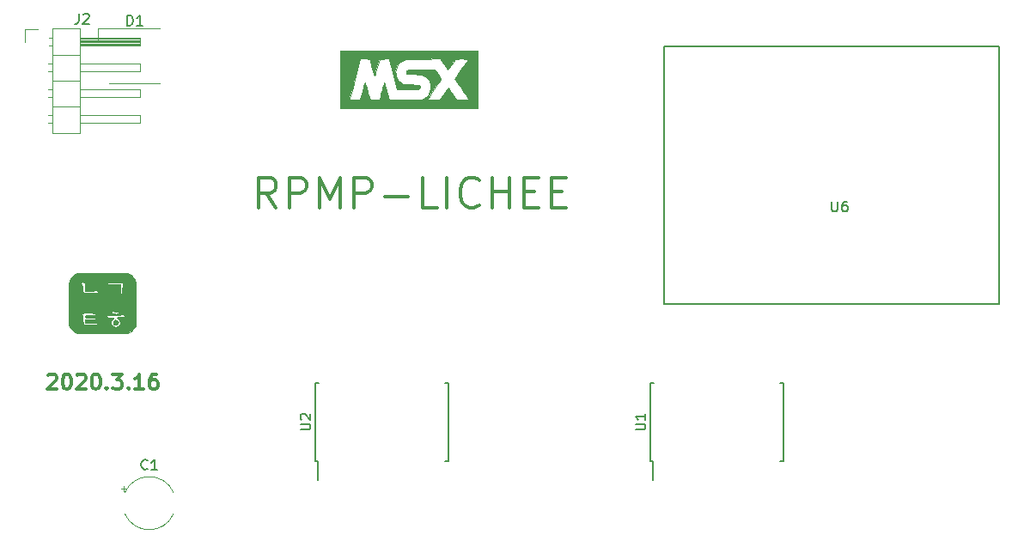
<source format=gbr>
G04 #@! TF.GenerationSoftware,KiCad,Pcbnew,5.1.5+dfsg1-2*
G04 #@! TF.CreationDate,2020-04-06T18:03:34-07:00*
G04 #@! TF.ProjectId,rpmpv1,72706d70-7631-42e6-9b69-6361645f7063,rev?*
G04 #@! TF.SameCoordinates,Original*
G04 #@! TF.FileFunction,Legend,Top*
G04 #@! TF.FilePolarity,Positive*
%FSLAX46Y46*%
G04 Gerber Fmt 4.6, Leading zero omitted, Abs format (unit mm)*
G04 Created by KiCad (PCBNEW 5.1.5+dfsg1-2) date 2020-04-06 18:03:34*
%MOMM*%
%LPD*%
G04 APERTURE LIST*
%ADD10C,0.300000*%
%ADD11C,0.150000*%
%ADD12C,0.120000*%
%ADD13C,0.010000*%
G04 APERTURE END LIST*
D10*
X109328628Y-85579828D02*
X109400057Y-85508400D01*
X109542914Y-85436971D01*
X109900057Y-85436971D01*
X110042914Y-85508400D01*
X110114342Y-85579828D01*
X110185771Y-85722685D01*
X110185771Y-85865542D01*
X110114342Y-86079828D01*
X109257200Y-86936971D01*
X110185771Y-86936971D01*
X111114342Y-85436971D02*
X111257200Y-85436971D01*
X111400057Y-85508400D01*
X111471485Y-85579828D01*
X111542914Y-85722685D01*
X111614342Y-86008400D01*
X111614342Y-86365542D01*
X111542914Y-86651257D01*
X111471485Y-86794114D01*
X111400057Y-86865542D01*
X111257200Y-86936971D01*
X111114342Y-86936971D01*
X110971485Y-86865542D01*
X110900057Y-86794114D01*
X110828628Y-86651257D01*
X110757200Y-86365542D01*
X110757200Y-86008400D01*
X110828628Y-85722685D01*
X110900057Y-85579828D01*
X110971485Y-85508400D01*
X111114342Y-85436971D01*
X112185771Y-85579828D02*
X112257200Y-85508400D01*
X112400057Y-85436971D01*
X112757200Y-85436971D01*
X112900057Y-85508400D01*
X112971485Y-85579828D01*
X113042914Y-85722685D01*
X113042914Y-85865542D01*
X112971485Y-86079828D01*
X112114342Y-86936971D01*
X113042914Y-86936971D01*
X113971485Y-85436971D02*
X114114342Y-85436971D01*
X114257200Y-85508400D01*
X114328628Y-85579828D01*
X114400057Y-85722685D01*
X114471485Y-86008400D01*
X114471485Y-86365542D01*
X114400057Y-86651257D01*
X114328628Y-86794114D01*
X114257200Y-86865542D01*
X114114342Y-86936971D01*
X113971485Y-86936971D01*
X113828628Y-86865542D01*
X113757200Y-86794114D01*
X113685771Y-86651257D01*
X113614342Y-86365542D01*
X113614342Y-86008400D01*
X113685771Y-85722685D01*
X113757200Y-85579828D01*
X113828628Y-85508400D01*
X113971485Y-85436971D01*
X115114342Y-86794114D02*
X115185771Y-86865542D01*
X115114342Y-86936971D01*
X115042914Y-86865542D01*
X115114342Y-86794114D01*
X115114342Y-86936971D01*
X115685771Y-85436971D02*
X116614342Y-85436971D01*
X116114342Y-86008400D01*
X116328628Y-86008400D01*
X116471485Y-86079828D01*
X116542914Y-86151257D01*
X116614342Y-86294114D01*
X116614342Y-86651257D01*
X116542914Y-86794114D01*
X116471485Y-86865542D01*
X116328628Y-86936971D01*
X115900057Y-86936971D01*
X115757200Y-86865542D01*
X115685771Y-86794114D01*
X117257200Y-86794114D02*
X117328628Y-86865542D01*
X117257200Y-86936971D01*
X117185771Y-86865542D01*
X117257200Y-86794114D01*
X117257200Y-86936971D01*
X118757200Y-86936971D02*
X117900057Y-86936971D01*
X118328628Y-86936971D02*
X118328628Y-85436971D01*
X118185771Y-85651257D01*
X118042914Y-85794114D01*
X117900057Y-85865542D01*
X120042914Y-85436971D02*
X119757200Y-85436971D01*
X119614342Y-85508400D01*
X119542914Y-85579828D01*
X119400057Y-85794114D01*
X119328628Y-86079828D01*
X119328628Y-86651257D01*
X119400057Y-86794114D01*
X119471485Y-86865542D01*
X119614342Y-86936971D01*
X119900057Y-86936971D01*
X120042914Y-86865542D01*
X120114342Y-86794114D01*
X120185771Y-86651257D01*
X120185771Y-86294114D01*
X120114342Y-86151257D01*
X120042914Y-86079828D01*
X119900057Y-86008400D01*
X119614342Y-86008400D01*
X119471485Y-86079828D01*
X119400057Y-86151257D01*
X119328628Y-86294114D01*
X131803857Y-69048142D02*
X130803857Y-67619571D01*
X130089571Y-69048142D02*
X130089571Y-66048142D01*
X131232428Y-66048142D01*
X131518142Y-66191000D01*
X131661000Y-66333857D01*
X131803857Y-66619571D01*
X131803857Y-67048142D01*
X131661000Y-67333857D01*
X131518142Y-67476714D01*
X131232428Y-67619571D01*
X130089571Y-67619571D01*
X133089571Y-69048142D02*
X133089571Y-66048142D01*
X134232428Y-66048142D01*
X134518142Y-66191000D01*
X134661000Y-66333857D01*
X134803857Y-66619571D01*
X134803857Y-67048142D01*
X134661000Y-67333857D01*
X134518142Y-67476714D01*
X134232428Y-67619571D01*
X133089571Y-67619571D01*
X136089571Y-69048142D02*
X136089571Y-66048142D01*
X137089571Y-68191000D01*
X138089571Y-66048142D01*
X138089571Y-69048142D01*
X139518142Y-69048142D02*
X139518142Y-66048142D01*
X140661000Y-66048142D01*
X140946714Y-66191000D01*
X141089571Y-66333857D01*
X141232428Y-66619571D01*
X141232428Y-67048142D01*
X141089571Y-67333857D01*
X140946714Y-67476714D01*
X140661000Y-67619571D01*
X139518142Y-67619571D01*
X142518142Y-67905285D02*
X144803857Y-67905285D01*
X147661000Y-69048142D02*
X146232428Y-69048142D01*
X146232428Y-66048142D01*
X148661000Y-69048142D02*
X148661000Y-66048142D01*
X151803857Y-68762428D02*
X151661000Y-68905285D01*
X151232428Y-69048142D01*
X150946714Y-69048142D01*
X150518142Y-68905285D01*
X150232428Y-68619571D01*
X150089571Y-68333857D01*
X149946714Y-67762428D01*
X149946714Y-67333857D01*
X150089571Y-66762428D01*
X150232428Y-66476714D01*
X150518142Y-66191000D01*
X150946714Y-66048142D01*
X151232428Y-66048142D01*
X151661000Y-66191000D01*
X151803857Y-66333857D01*
X153089571Y-69048142D02*
X153089571Y-66048142D01*
X153089571Y-67476714D02*
X154803857Y-67476714D01*
X154803857Y-69048142D02*
X154803857Y-66048142D01*
X156232428Y-67476714D02*
X157232428Y-67476714D01*
X157661000Y-69048142D02*
X156232428Y-69048142D01*
X156232428Y-66048142D01*
X157661000Y-66048142D01*
X158946714Y-67476714D02*
X159946714Y-67476714D01*
X160375285Y-69048142D02*
X158946714Y-69048142D01*
X158946714Y-66048142D01*
X160375285Y-66048142D01*
D11*
X203085700Y-78511400D02*
X170085700Y-78511400D01*
X203085700Y-53111400D02*
X170085700Y-53111400D01*
X170078400Y-78511400D02*
X170078400Y-53111400D01*
X203085700Y-78511400D02*
X203085700Y-53111400D01*
D12*
X114269000Y-51353000D02*
X120369000Y-51353000D01*
X114269000Y-52453000D02*
X114269000Y-51353000D01*
X120369000Y-56753000D02*
X115369000Y-56753000D01*
D11*
X168685000Y-94045000D02*
X168935000Y-94045000D01*
X168685000Y-86295000D02*
X169020000Y-86295000D01*
X181835000Y-86295000D02*
X181500000Y-86295000D01*
X181835000Y-94045000D02*
X181500000Y-94045000D01*
X168685000Y-94045000D02*
X168685000Y-86295000D01*
X181835000Y-94045000D02*
X181835000Y-86295000D01*
X168935000Y-94045000D02*
X168935000Y-95845000D01*
X135665000Y-94045000D02*
X135915000Y-94045000D01*
X135665000Y-86295000D02*
X136000000Y-86295000D01*
X148815000Y-86295000D02*
X148480000Y-86295000D01*
X148815000Y-94045000D02*
X148480000Y-94045000D01*
X135665000Y-94045000D02*
X135665000Y-86295000D01*
X148815000Y-94045000D02*
X148815000Y-86295000D01*
X135915000Y-94045000D02*
X135915000Y-95845000D01*
D13*
G36*
X151680333Y-59224333D02*
G01*
X138133667Y-59224333D01*
X138133667Y-58367083D01*
X139032541Y-58367083D01*
X139044332Y-58389782D01*
X139105308Y-58405402D01*
X139225355Y-58414934D01*
X139414359Y-58419370D01*
X139559934Y-58420000D01*
X140106260Y-58420000D01*
X140315880Y-57552735D01*
X140379068Y-57295411D01*
X140436715Y-57068382D01*
X140485608Y-56883679D01*
X140522536Y-56753335D01*
X140544285Y-56689384D01*
X140547586Y-56684901D01*
X140565903Y-56723226D01*
X140601564Y-56829124D01*
X140650136Y-56988350D01*
X140707184Y-57186660D01*
X140735188Y-57287583D01*
X140801618Y-57528056D01*
X140867653Y-57764238D01*
X140926565Y-57972248D01*
X140971626Y-58128206D01*
X140979686Y-58155416D01*
X141058667Y-58420000D01*
X141522333Y-58420000D01*
X141709041Y-58419098D01*
X141859820Y-58416656D01*
X141957542Y-58413062D01*
X141986096Y-58409416D01*
X141996705Y-58362127D01*
X142025719Y-58248703D01*
X142069169Y-58083751D01*
X142123089Y-57881878D01*
X142183511Y-57657692D01*
X142246467Y-57425798D01*
X142307991Y-57200805D01*
X142364114Y-56997319D01*
X142410869Y-56829948D01*
X142444289Y-56713298D01*
X142460406Y-56661976D01*
X142461020Y-56660868D01*
X142475834Y-56695220D01*
X142508693Y-56799913D01*
X142556256Y-56963368D01*
X142615185Y-57174004D01*
X142682141Y-57420241D01*
X142709387Y-57522214D01*
X142942481Y-58398833D01*
X144526490Y-58409941D01*
X146110498Y-58421048D01*
X146330462Y-58313430D01*
X146605523Y-58134760D01*
X146817747Y-57902062D01*
X146962639Y-57622663D01*
X147035707Y-57303887D01*
X147043957Y-57150000D01*
X147007164Y-56817897D01*
X146894724Y-56523766D01*
X146706451Y-56267187D01*
X146616775Y-56181018D01*
X146483468Y-56074397D01*
X146349811Y-55995635D01*
X146199860Y-55940785D01*
X146017673Y-55905905D01*
X145787307Y-55887048D01*
X145492819Y-55880270D01*
X145400209Y-55879999D01*
X145120698Y-55877255D01*
X144914907Y-55866860D01*
X144772003Y-55845571D01*
X144681155Y-55810146D01*
X144631529Y-55757341D01*
X144612294Y-55683914D01*
X144610666Y-55643629D01*
X144612642Y-55583113D01*
X144624045Y-55534306D01*
X144653094Y-55495949D01*
X144708006Y-55466783D01*
X144796998Y-55445551D01*
X144928288Y-55430993D01*
X145110092Y-55421851D01*
X145350628Y-55416866D01*
X145658114Y-55414781D01*
X146040765Y-55414336D01*
X146107813Y-55414333D01*
X147471913Y-55414333D01*
X147779430Y-55864190D01*
X147895422Y-56040852D01*
X147987020Y-56194000D01*
X148046100Y-56309067D01*
X148064540Y-56371487D01*
X148063851Y-56374234D01*
X148034338Y-56423540D01*
X147962587Y-56532607D01*
X147855060Y-56691935D01*
X147718221Y-56892025D01*
X147558530Y-57123379D01*
X147382452Y-57376499D01*
X147362878Y-57404523D01*
X147186929Y-57657101D01*
X147027967Y-57886792D01*
X146892163Y-58084557D01*
X146785690Y-58241355D01*
X146714720Y-58348149D01*
X146685425Y-58395897D01*
X146685000Y-58397313D01*
X146724878Y-58405254D01*
X146834696Y-58411981D01*
X146999732Y-58416963D01*
X147205261Y-58419667D01*
X147312227Y-58420000D01*
X147939455Y-58420000D01*
X148753237Y-57227242D01*
X148981171Y-57537871D01*
X149117225Y-57724578D01*
X149265582Y-57930172D01*
X149396832Y-58113872D01*
X149411268Y-58134250D01*
X149613432Y-58419999D01*
X150223549Y-58420000D01*
X150439875Y-58418269D01*
X150622458Y-58413511D01*
X150756372Y-58406372D01*
X150826687Y-58397502D01*
X150833667Y-58393504D01*
X150810187Y-58353400D01*
X150743868Y-58253257D01*
X150640890Y-58102066D01*
X150507433Y-57908823D01*
X150349677Y-57682519D01*
X150173804Y-57432148D01*
X150142724Y-57388088D01*
X149962817Y-57132912D01*
X149798287Y-56899005D01*
X149655643Y-56695663D01*
X149541394Y-56532182D01*
X149462048Y-56417859D01*
X149424114Y-56361988D01*
X149422411Y-56359247D01*
X149438018Y-56311709D01*
X149498862Y-56203755D01*
X149599945Y-56043122D01*
X149736266Y-55837545D01*
X149902825Y-55594760D01*
X150071021Y-55355660D01*
X150247962Y-55105970D01*
X150407682Y-54879045D01*
X150543903Y-54683932D01*
X150650344Y-54529678D01*
X150720724Y-54425329D01*
X150748766Y-54379931D01*
X150749000Y-54378996D01*
X150709128Y-54371021D01*
X150599350Y-54364442D01*
X150434423Y-54359769D01*
X150229101Y-54357511D01*
X150124583Y-54357425D01*
X149500167Y-54358851D01*
X149211756Y-54772816D01*
X149088792Y-54947840D01*
X148974426Y-55108001D01*
X148882369Y-55234252D01*
X148830756Y-55302108D01*
X148738167Y-55417434D01*
X148357167Y-54886148D01*
X147976167Y-54354861D01*
X146282833Y-54366013D01*
X144589500Y-54377166D01*
X144351586Y-54488721D01*
X144051350Y-54665719D01*
X143826153Y-54881110D01*
X143674362Y-55137370D01*
X143594348Y-55436971D01*
X143580063Y-55658832D01*
X143586573Y-55840370D01*
X143611473Y-55982139D01*
X143664850Y-56125133D01*
X143725433Y-56249621D01*
X143895619Y-56511450D01*
X144102775Y-56709605D01*
X144337136Y-56835232D01*
X144389486Y-56851735D01*
X144486947Y-56867123D01*
X144649730Y-56880178D01*
X144858500Y-56889857D01*
X145093920Y-56895116D01*
X145205450Y-56895763D01*
X145497176Y-56898719D01*
X145709039Y-56907570D01*
X145845661Y-56922648D01*
X145911662Y-56944285D01*
X145914533Y-56946800D01*
X145959497Y-57039300D01*
X145963836Y-57158660D01*
X145930875Y-57266821D01*
X145882037Y-57318599D01*
X145807845Y-57333946D01*
X145653119Y-57345030D01*
X145421888Y-57351733D01*
X145118185Y-57353931D01*
X144775255Y-57351839D01*
X143751768Y-57340500D01*
X143376642Y-56007000D01*
X143284003Y-55677584D01*
X143196951Y-55367843D01*
X143118610Y-55088903D01*
X143052101Y-54851889D01*
X143000547Y-54667924D01*
X142967070Y-54548134D01*
X142957413Y-54513338D01*
X142913309Y-54353176D01*
X142009057Y-54377166D01*
X141773953Y-55181500D01*
X141700485Y-55432069D01*
X141634122Y-55656945D01*
X141578874Y-55842649D01*
X141538754Y-55975705D01*
X141517774Y-56042637D01*
X141516693Y-56045695D01*
X141499319Y-56025715D01*
X141463763Y-55935111D01*
X141413715Y-55785054D01*
X141352866Y-55586712D01*
X141284904Y-55351255D01*
X141271941Y-55304862D01*
X141201958Y-55053260D01*
X141138772Y-54826353D01*
X141086258Y-54638033D01*
X141048290Y-54502191D01*
X141028743Y-54432719D01*
X141027987Y-54430083D01*
X141009238Y-54397588D01*
X140965462Y-54376133D01*
X140881851Y-54363518D01*
X140743594Y-54357541D01*
X140535883Y-54356000D01*
X140052549Y-54356000D01*
X139552011Y-56335083D01*
X139451613Y-56731606D01*
X139357162Y-57103786D01*
X139270755Y-57443424D01*
X139194487Y-57742322D01*
X139130455Y-57992280D01*
X139080754Y-58185099D01*
X139047481Y-58312582D01*
X139032731Y-58366528D01*
X139032541Y-58367083D01*
X138133667Y-58367083D01*
X138133667Y-53594000D01*
X151680333Y-53594000D01*
X151680333Y-59224333D01*
G37*
X151680333Y-59224333D02*
X138133667Y-59224333D01*
X138133667Y-58367083D01*
X139032541Y-58367083D01*
X139044332Y-58389782D01*
X139105308Y-58405402D01*
X139225355Y-58414934D01*
X139414359Y-58419370D01*
X139559934Y-58420000D01*
X140106260Y-58420000D01*
X140315880Y-57552735D01*
X140379068Y-57295411D01*
X140436715Y-57068382D01*
X140485608Y-56883679D01*
X140522536Y-56753335D01*
X140544285Y-56689384D01*
X140547586Y-56684901D01*
X140565903Y-56723226D01*
X140601564Y-56829124D01*
X140650136Y-56988350D01*
X140707184Y-57186660D01*
X140735188Y-57287583D01*
X140801618Y-57528056D01*
X140867653Y-57764238D01*
X140926565Y-57972248D01*
X140971626Y-58128206D01*
X140979686Y-58155416D01*
X141058667Y-58420000D01*
X141522333Y-58420000D01*
X141709041Y-58419098D01*
X141859820Y-58416656D01*
X141957542Y-58413062D01*
X141986096Y-58409416D01*
X141996705Y-58362127D01*
X142025719Y-58248703D01*
X142069169Y-58083751D01*
X142123089Y-57881878D01*
X142183511Y-57657692D01*
X142246467Y-57425798D01*
X142307991Y-57200805D01*
X142364114Y-56997319D01*
X142410869Y-56829948D01*
X142444289Y-56713298D01*
X142460406Y-56661976D01*
X142461020Y-56660868D01*
X142475834Y-56695220D01*
X142508693Y-56799913D01*
X142556256Y-56963368D01*
X142615185Y-57174004D01*
X142682141Y-57420241D01*
X142709387Y-57522214D01*
X142942481Y-58398833D01*
X144526490Y-58409941D01*
X146110498Y-58421048D01*
X146330462Y-58313430D01*
X146605523Y-58134760D01*
X146817747Y-57902062D01*
X146962639Y-57622663D01*
X147035707Y-57303887D01*
X147043957Y-57150000D01*
X147007164Y-56817897D01*
X146894724Y-56523766D01*
X146706451Y-56267187D01*
X146616775Y-56181018D01*
X146483468Y-56074397D01*
X146349811Y-55995635D01*
X146199860Y-55940785D01*
X146017673Y-55905905D01*
X145787307Y-55887048D01*
X145492819Y-55880270D01*
X145400209Y-55879999D01*
X145120698Y-55877255D01*
X144914907Y-55866860D01*
X144772003Y-55845571D01*
X144681155Y-55810146D01*
X144631529Y-55757341D01*
X144612294Y-55683914D01*
X144610666Y-55643629D01*
X144612642Y-55583113D01*
X144624045Y-55534306D01*
X144653094Y-55495949D01*
X144708006Y-55466783D01*
X144796998Y-55445551D01*
X144928288Y-55430993D01*
X145110092Y-55421851D01*
X145350628Y-55416866D01*
X145658114Y-55414781D01*
X146040765Y-55414336D01*
X146107813Y-55414333D01*
X147471913Y-55414333D01*
X147779430Y-55864190D01*
X147895422Y-56040852D01*
X147987020Y-56194000D01*
X148046100Y-56309067D01*
X148064540Y-56371487D01*
X148063851Y-56374234D01*
X148034338Y-56423540D01*
X147962587Y-56532607D01*
X147855060Y-56691935D01*
X147718221Y-56892025D01*
X147558530Y-57123379D01*
X147382452Y-57376499D01*
X147362878Y-57404523D01*
X147186929Y-57657101D01*
X147027967Y-57886792D01*
X146892163Y-58084557D01*
X146785690Y-58241355D01*
X146714720Y-58348149D01*
X146685425Y-58395897D01*
X146685000Y-58397313D01*
X146724878Y-58405254D01*
X146834696Y-58411981D01*
X146999732Y-58416963D01*
X147205261Y-58419667D01*
X147312227Y-58420000D01*
X147939455Y-58420000D01*
X148753237Y-57227242D01*
X148981171Y-57537871D01*
X149117225Y-57724578D01*
X149265582Y-57930172D01*
X149396832Y-58113872D01*
X149411268Y-58134250D01*
X149613432Y-58419999D01*
X150223549Y-58420000D01*
X150439875Y-58418269D01*
X150622458Y-58413511D01*
X150756372Y-58406372D01*
X150826687Y-58397502D01*
X150833667Y-58393504D01*
X150810187Y-58353400D01*
X150743868Y-58253257D01*
X150640890Y-58102066D01*
X150507433Y-57908823D01*
X150349677Y-57682519D01*
X150173804Y-57432148D01*
X150142724Y-57388088D01*
X149962817Y-57132912D01*
X149798287Y-56899005D01*
X149655643Y-56695663D01*
X149541394Y-56532182D01*
X149462048Y-56417859D01*
X149424114Y-56361988D01*
X149422411Y-56359247D01*
X149438018Y-56311709D01*
X149498862Y-56203755D01*
X149599945Y-56043122D01*
X149736266Y-55837545D01*
X149902825Y-55594760D01*
X150071021Y-55355660D01*
X150247962Y-55105970D01*
X150407682Y-54879045D01*
X150543903Y-54683932D01*
X150650344Y-54529678D01*
X150720724Y-54425329D01*
X150748766Y-54379931D01*
X150749000Y-54378996D01*
X150709128Y-54371021D01*
X150599350Y-54364442D01*
X150434423Y-54359769D01*
X150229101Y-54357511D01*
X150124583Y-54357425D01*
X149500167Y-54358851D01*
X149211756Y-54772816D01*
X149088792Y-54947840D01*
X148974426Y-55108001D01*
X148882369Y-55234252D01*
X148830756Y-55302108D01*
X148738167Y-55417434D01*
X148357167Y-54886148D01*
X147976167Y-54354861D01*
X146282833Y-54366013D01*
X144589500Y-54377166D01*
X144351586Y-54488721D01*
X144051350Y-54665719D01*
X143826153Y-54881110D01*
X143674362Y-55137370D01*
X143594348Y-55436971D01*
X143580063Y-55658832D01*
X143586573Y-55840370D01*
X143611473Y-55982139D01*
X143664850Y-56125133D01*
X143725433Y-56249621D01*
X143895619Y-56511450D01*
X144102775Y-56709605D01*
X144337136Y-56835232D01*
X144389486Y-56851735D01*
X144486947Y-56867123D01*
X144649730Y-56880178D01*
X144858500Y-56889857D01*
X145093920Y-56895116D01*
X145205450Y-56895763D01*
X145497176Y-56898719D01*
X145709039Y-56907570D01*
X145845661Y-56922648D01*
X145911662Y-56944285D01*
X145914533Y-56946800D01*
X145959497Y-57039300D01*
X145963836Y-57158660D01*
X145930875Y-57266821D01*
X145882037Y-57318599D01*
X145807845Y-57333946D01*
X145653119Y-57345030D01*
X145421888Y-57351733D01*
X145118185Y-57353931D01*
X144775255Y-57351839D01*
X143751768Y-57340500D01*
X143376642Y-56007000D01*
X143284003Y-55677584D01*
X143196951Y-55367843D01*
X143118610Y-55088903D01*
X143052101Y-54851889D01*
X143000547Y-54667924D01*
X142967070Y-54548134D01*
X142957413Y-54513338D01*
X142913309Y-54353176D01*
X142009057Y-54377166D01*
X141773953Y-55181500D01*
X141700485Y-55432069D01*
X141634122Y-55656945D01*
X141578874Y-55842649D01*
X141538754Y-55975705D01*
X141517774Y-56042637D01*
X141516693Y-56045695D01*
X141499319Y-56025715D01*
X141463763Y-55935111D01*
X141413715Y-55785054D01*
X141352866Y-55586712D01*
X141284904Y-55351255D01*
X141271941Y-55304862D01*
X141201958Y-55053260D01*
X141138772Y-54826353D01*
X141086258Y-54638033D01*
X141048290Y-54502191D01*
X141028743Y-54432719D01*
X141027987Y-54430083D01*
X141009238Y-54397588D01*
X140965462Y-54376133D01*
X140881851Y-54363518D01*
X140743594Y-54357541D01*
X140535883Y-54356000D01*
X140052549Y-54356000D01*
X139552011Y-56335083D01*
X139451613Y-56731606D01*
X139357162Y-57103786D01*
X139270755Y-57443424D01*
X139194487Y-57742322D01*
X139130455Y-57992280D01*
X139080754Y-58185099D01*
X139047481Y-58312582D01*
X139032731Y-58366528D01*
X139032541Y-58367083D01*
X138133667Y-58367083D01*
X138133667Y-53594000D01*
X151680333Y-53594000D01*
X151680333Y-59224333D01*
G36*
X115265248Y-75452990D02*
G01*
X115757062Y-75453893D01*
X116165608Y-75456730D01*
X116500050Y-75462588D01*
X116769554Y-75472558D01*
X116983286Y-75487727D01*
X117150410Y-75509185D01*
X117280093Y-75538020D01*
X117381499Y-75575322D01*
X117463795Y-75622179D01*
X117536145Y-75679680D01*
X117607715Y-75748915D01*
X117664649Y-75807401D01*
X117739445Y-75886127D01*
X117801661Y-75961322D01*
X117852385Y-76042693D01*
X117892707Y-76139950D01*
X117923714Y-76262800D01*
X117946496Y-76420952D01*
X117962141Y-76624114D01*
X117971737Y-76881994D01*
X117976373Y-77204301D01*
X117977138Y-77600743D01*
X117975120Y-78081028D01*
X117972117Y-78549500D01*
X117957600Y-80708500D01*
X117813837Y-80920337D01*
X117677114Y-81084580D01*
X117509959Y-81237861D01*
X117458237Y-81275937D01*
X117246400Y-81419700D01*
X114752921Y-81433768D01*
X112259442Y-81447837D01*
X111985105Y-81304522D01*
X111760723Y-81157564D01*
X111594380Y-80970061D01*
X111557584Y-80913517D01*
X111404400Y-80665827D01*
X111395620Y-79475941D01*
X112552831Y-79475941D01*
X112574239Y-79517875D01*
X112649000Y-79565500D01*
X112700778Y-79605763D01*
X112731464Y-79673652D01*
X112746306Y-79792692D01*
X112750552Y-79986405D01*
X112750600Y-80020858D01*
X112753645Y-80235457D01*
X112772842Y-80386842D01*
X112823280Y-80486041D01*
X112920052Y-80544081D01*
X113078248Y-80571990D01*
X113312959Y-80580796D01*
X113517822Y-80581500D01*
X113783267Y-80579362D01*
X113963602Y-80571605D01*
X114075256Y-80556207D01*
X114134655Y-80531150D01*
X114155470Y-80503109D01*
X114165512Y-80418112D01*
X114154145Y-80393311D01*
X114093521Y-80381561D01*
X113953398Y-80373868D01*
X113755823Y-80370998D01*
X113563669Y-80372834D01*
X113004600Y-80383762D01*
X113004600Y-80077312D01*
X113473919Y-80062706D01*
X113698921Y-80053095D01*
X113841360Y-80038529D01*
X113920271Y-80014960D01*
X113954687Y-79978334D01*
X113960244Y-79959200D01*
X113958449Y-79917899D01*
X113922123Y-79891722D01*
X113833536Y-79877311D01*
X113674960Y-79871307D01*
X113490924Y-79870300D01*
X113266321Y-79869435D01*
X113124360Y-79863540D01*
X113046082Y-79847664D01*
X113012530Y-79816857D01*
X113004745Y-79766167D01*
X113004600Y-79743300D01*
X113004911Y-79737491D01*
X115104129Y-79737491D01*
X115181888Y-79823956D01*
X115277209Y-79877381D01*
X115407273Y-79896954D01*
X115583671Y-79890049D01*
X115741642Y-79879859D01*
X115812578Y-79884571D01*
X115810342Y-79907178D01*
X115777657Y-79931920D01*
X115595279Y-80093091D01*
X115499829Y-80265423D01*
X115494507Y-80435987D01*
X115582512Y-80591855D01*
X115608100Y-80616978D01*
X115790088Y-80743025D01*
X115974713Y-80778702D01*
X116189377Y-80728366D01*
X116223280Y-80714748D01*
X116387578Y-80601893D01*
X116472128Y-80449309D01*
X116477139Y-80279953D01*
X116402816Y-80116785D01*
X116249367Y-79982761D01*
X116216511Y-79965068D01*
X116120775Y-79904322D01*
X116115571Y-79861026D01*
X116203867Y-79833714D01*
X116388633Y-79820917D01*
X116510956Y-79819500D01*
X116720320Y-79805598D01*
X116832537Y-79764015D01*
X116847330Y-79694929D01*
X116800451Y-79631180D01*
X116754054Y-79597801D01*
X116684795Y-79580801D01*
X116572436Y-79579743D01*
X116396734Y-79594187D01*
X116186171Y-79617888D01*
X115931386Y-79642249D01*
X115684278Y-79655843D01*
X115480645Y-79657153D01*
X115394945Y-79651494D01*
X115212251Y-79644738D01*
X115113697Y-79674711D01*
X115104129Y-79737491D01*
X113004911Y-79737491D01*
X113007691Y-79685666D01*
X113029332Y-79648795D01*
X113088072Y-79628049D01*
X113202461Y-79618791D01*
X113391048Y-79616384D01*
X113512600Y-79616300D01*
X113743809Y-79614905D01*
X113891821Y-79608270D01*
X113975023Y-79592716D01*
X114011806Y-79564566D01*
X114020558Y-79520141D01*
X114020600Y-79514700D01*
X114015470Y-79475087D01*
X113989849Y-79447370D01*
X113928391Y-79429434D01*
X113815749Y-79419161D01*
X113636576Y-79414434D01*
X113375525Y-79413136D01*
X113284000Y-79413100D01*
X112965516Y-79416237D01*
X112741883Y-79426702D01*
X112606517Y-79446077D01*
X112552831Y-79475941D01*
X111395620Y-79475941D01*
X111394216Y-79285692D01*
X115594570Y-79285692D01*
X115635287Y-79369387D01*
X115708303Y-79435619D01*
X115847585Y-79491784D01*
X116023720Y-79512599D01*
X116186051Y-79495014D01*
X116250502Y-79468249D01*
X116309231Y-79397175D01*
X116281899Y-79328938D01*
X116183341Y-79278317D01*
X116041494Y-79260006D01*
X115875326Y-79252394D01*
X115734649Y-79234369D01*
X115709700Y-79228681D01*
X115619430Y-79230572D01*
X115594570Y-79285692D01*
X111394216Y-79285692D01*
X111388813Y-78553563D01*
X111385575Y-77939309D01*
X111385699Y-77423780D01*
X111389236Y-77004157D01*
X111396238Y-76677620D01*
X111406753Y-76441347D01*
X111408629Y-76421514D01*
X112500380Y-76421514D01*
X112540238Y-76481719D01*
X112592392Y-76514392D01*
X112647006Y-76564906D01*
X112681260Y-76660346D01*
X112701912Y-76824207D01*
X112708001Y-76916348D01*
X112721530Y-77109504D01*
X112746967Y-77247155D01*
X112799560Y-77338702D01*
X112894560Y-77393549D01*
X113047216Y-77421096D01*
X113272780Y-77430746D01*
X113544220Y-77431900D01*
X113818631Y-77430987D01*
X114007363Y-77426727D01*
X114126329Y-77416833D01*
X114191443Y-77399022D01*
X114218621Y-77371009D01*
X114223800Y-77334336D01*
X114179886Y-77251224D01*
X114068234Y-77203006D01*
X113918971Y-77197297D01*
X113797518Y-77226602D01*
X113672320Y-77254856D01*
X113489914Y-77274049D01*
X113331492Y-77279500D01*
X113004600Y-77279500D01*
X113004600Y-76920560D01*
X112996694Y-76673236D01*
X112966979Y-76510397D01*
X112906455Y-76415738D01*
X112904669Y-76414976D01*
X115087400Y-76414976D01*
X115103415Y-76445720D01*
X115176638Y-76514669D01*
X115184645Y-76521390D01*
X115247207Y-76566281D01*
X115318855Y-76593548D01*
X115421692Y-76605401D01*
X115577820Y-76604049D01*
X115809342Y-76591701D01*
X115857745Y-76588670D01*
X116408200Y-76553839D01*
X116408200Y-77069069D01*
X116410580Y-77307257D01*
X116419408Y-77460744D01*
X116437213Y-77546353D01*
X116466523Y-77580907D01*
X116485657Y-77584300D01*
X116558956Y-77541762D01*
X116612657Y-77453992D01*
X116634871Y-77345541D01*
X116651932Y-77167019D01*
X116661234Y-76949924D01*
X116662200Y-76855429D01*
X116662200Y-76387172D01*
X115887500Y-76398922D01*
X115617486Y-76403262D01*
X115385042Y-76407460D01*
X115208348Y-76411152D01*
X115105589Y-76413973D01*
X115087400Y-76414976D01*
X112904669Y-76414976D01*
X112806121Y-76372953D01*
X112698012Y-76365100D01*
X112554593Y-76380349D01*
X112500380Y-76421514D01*
X111408629Y-76421514D01*
X111420832Y-76292519D01*
X111429899Y-76247641D01*
X111530099Y-76038787D01*
X111695768Y-75827450D01*
X111897141Y-75646550D01*
X112064800Y-75545475D01*
X112118165Y-75523954D01*
X112181520Y-75506033D01*
X112264088Y-75491386D01*
X112375093Y-75479688D01*
X112523760Y-75470611D01*
X112719314Y-75463829D01*
X112970979Y-75459017D01*
X113287980Y-75455847D01*
X113679540Y-75453994D01*
X114154885Y-75453131D01*
X114681000Y-75452931D01*
X115265248Y-75452990D01*
G37*
X115265248Y-75452990D02*
X115757062Y-75453893D01*
X116165608Y-75456730D01*
X116500050Y-75462588D01*
X116769554Y-75472558D01*
X116983286Y-75487727D01*
X117150410Y-75509185D01*
X117280093Y-75538020D01*
X117381499Y-75575322D01*
X117463795Y-75622179D01*
X117536145Y-75679680D01*
X117607715Y-75748915D01*
X117664649Y-75807401D01*
X117739445Y-75886127D01*
X117801661Y-75961322D01*
X117852385Y-76042693D01*
X117892707Y-76139950D01*
X117923714Y-76262800D01*
X117946496Y-76420952D01*
X117962141Y-76624114D01*
X117971737Y-76881994D01*
X117976373Y-77204301D01*
X117977138Y-77600743D01*
X117975120Y-78081028D01*
X117972117Y-78549500D01*
X117957600Y-80708500D01*
X117813837Y-80920337D01*
X117677114Y-81084580D01*
X117509959Y-81237861D01*
X117458237Y-81275937D01*
X117246400Y-81419700D01*
X114752921Y-81433768D01*
X112259442Y-81447837D01*
X111985105Y-81304522D01*
X111760723Y-81157564D01*
X111594380Y-80970061D01*
X111557584Y-80913517D01*
X111404400Y-80665827D01*
X111395620Y-79475941D01*
X112552831Y-79475941D01*
X112574239Y-79517875D01*
X112649000Y-79565500D01*
X112700778Y-79605763D01*
X112731464Y-79673652D01*
X112746306Y-79792692D01*
X112750552Y-79986405D01*
X112750600Y-80020858D01*
X112753645Y-80235457D01*
X112772842Y-80386842D01*
X112823280Y-80486041D01*
X112920052Y-80544081D01*
X113078248Y-80571990D01*
X113312959Y-80580796D01*
X113517822Y-80581500D01*
X113783267Y-80579362D01*
X113963602Y-80571605D01*
X114075256Y-80556207D01*
X114134655Y-80531150D01*
X114155470Y-80503109D01*
X114165512Y-80418112D01*
X114154145Y-80393311D01*
X114093521Y-80381561D01*
X113953398Y-80373868D01*
X113755823Y-80370998D01*
X113563669Y-80372834D01*
X113004600Y-80383762D01*
X113004600Y-80077312D01*
X113473919Y-80062706D01*
X113698921Y-80053095D01*
X113841360Y-80038529D01*
X113920271Y-80014960D01*
X113954687Y-79978334D01*
X113960244Y-79959200D01*
X113958449Y-79917899D01*
X113922123Y-79891722D01*
X113833536Y-79877311D01*
X113674960Y-79871307D01*
X113490924Y-79870300D01*
X113266321Y-79869435D01*
X113124360Y-79863540D01*
X113046082Y-79847664D01*
X113012530Y-79816857D01*
X113004745Y-79766167D01*
X113004600Y-79743300D01*
X113004911Y-79737491D01*
X115104129Y-79737491D01*
X115181888Y-79823956D01*
X115277209Y-79877381D01*
X115407273Y-79896954D01*
X115583671Y-79890049D01*
X115741642Y-79879859D01*
X115812578Y-79884571D01*
X115810342Y-79907178D01*
X115777657Y-79931920D01*
X115595279Y-80093091D01*
X115499829Y-80265423D01*
X115494507Y-80435987D01*
X115582512Y-80591855D01*
X115608100Y-80616978D01*
X115790088Y-80743025D01*
X115974713Y-80778702D01*
X116189377Y-80728366D01*
X116223280Y-80714748D01*
X116387578Y-80601893D01*
X116472128Y-80449309D01*
X116477139Y-80279953D01*
X116402816Y-80116785D01*
X116249367Y-79982761D01*
X116216511Y-79965068D01*
X116120775Y-79904322D01*
X116115571Y-79861026D01*
X116203867Y-79833714D01*
X116388633Y-79820917D01*
X116510956Y-79819500D01*
X116720320Y-79805598D01*
X116832537Y-79764015D01*
X116847330Y-79694929D01*
X116800451Y-79631180D01*
X116754054Y-79597801D01*
X116684795Y-79580801D01*
X116572436Y-79579743D01*
X116396734Y-79594187D01*
X116186171Y-79617888D01*
X115931386Y-79642249D01*
X115684278Y-79655843D01*
X115480645Y-79657153D01*
X115394945Y-79651494D01*
X115212251Y-79644738D01*
X115113697Y-79674711D01*
X115104129Y-79737491D01*
X113004911Y-79737491D01*
X113007691Y-79685666D01*
X113029332Y-79648795D01*
X113088072Y-79628049D01*
X113202461Y-79618791D01*
X113391048Y-79616384D01*
X113512600Y-79616300D01*
X113743809Y-79614905D01*
X113891821Y-79608270D01*
X113975023Y-79592716D01*
X114011806Y-79564566D01*
X114020558Y-79520141D01*
X114020600Y-79514700D01*
X114015470Y-79475087D01*
X113989849Y-79447370D01*
X113928391Y-79429434D01*
X113815749Y-79419161D01*
X113636576Y-79414434D01*
X113375525Y-79413136D01*
X113284000Y-79413100D01*
X112965516Y-79416237D01*
X112741883Y-79426702D01*
X112606517Y-79446077D01*
X112552831Y-79475941D01*
X111395620Y-79475941D01*
X111394216Y-79285692D01*
X115594570Y-79285692D01*
X115635287Y-79369387D01*
X115708303Y-79435619D01*
X115847585Y-79491784D01*
X116023720Y-79512599D01*
X116186051Y-79495014D01*
X116250502Y-79468249D01*
X116309231Y-79397175D01*
X116281899Y-79328938D01*
X116183341Y-79278317D01*
X116041494Y-79260006D01*
X115875326Y-79252394D01*
X115734649Y-79234369D01*
X115709700Y-79228681D01*
X115619430Y-79230572D01*
X115594570Y-79285692D01*
X111394216Y-79285692D01*
X111388813Y-78553563D01*
X111385575Y-77939309D01*
X111385699Y-77423780D01*
X111389236Y-77004157D01*
X111396238Y-76677620D01*
X111406753Y-76441347D01*
X111408629Y-76421514D01*
X112500380Y-76421514D01*
X112540238Y-76481719D01*
X112592392Y-76514392D01*
X112647006Y-76564906D01*
X112681260Y-76660346D01*
X112701912Y-76824207D01*
X112708001Y-76916348D01*
X112721530Y-77109504D01*
X112746967Y-77247155D01*
X112799560Y-77338702D01*
X112894560Y-77393549D01*
X113047216Y-77421096D01*
X113272780Y-77430746D01*
X113544220Y-77431900D01*
X113818631Y-77430987D01*
X114007363Y-77426727D01*
X114126329Y-77416833D01*
X114191443Y-77399022D01*
X114218621Y-77371009D01*
X114223800Y-77334336D01*
X114179886Y-77251224D01*
X114068234Y-77203006D01*
X113918971Y-77197297D01*
X113797518Y-77226602D01*
X113672320Y-77254856D01*
X113489914Y-77274049D01*
X113331492Y-77279500D01*
X113004600Y-77279500D01*
X113004600Y-76920560D01*
X112996694Y-76673236D01*
X112966979Y-76510397D01*
X112906455Y-76415738D01*
X112904669Y-76414976D01*
X115087400Y-76414976D01*
X115103415Y-76445720D01*
X115176638Y-76514669D01*
X115184645Y-76521390D01*
X115247207Y-76566281D01*
X115318855Y-76593548D01*
X115421692Y-76605401D01*
X115577820Y-76604049D01*
X115809342Y-76591701D01*
X115857745Y-76588670D01*
X116408200Y-76553839D01*
X116408200Y-77069069D01*
X116410580Y-77307257D01*
X116419408Y-77460744D01*
X116437213Y-77546353D01*
X116466523Y-77580907D01*
X116485657Y-77584300D01*
X116558956Y-77541762D01*
X116612657Y-77453992D01*
X116634871Y-77345541D01*
X116651932Y-77167019D01*
X116661234Y-76949924D01*
X116662200Y-76855429D01*
X116662200Y-76387172D01*
X115887500Y-76398922D01*
X115617486Y-76403262D01*
X115385042Y-76407460D01*
X115208348Y-76411152D01*
X115105589Y-76413973D01*
X115087400Y-76414976D01*
X112904669Y-76414976D01*
X112806121Y-76372953D01*
X112698012Y-76365100D01*
X112554593Y-76380349D01*
X112500380Y-76421514D01*
X111408629Y-76421514D01*
X111420832Y-76292519D01*
X111429899Y-76247641D01*
X111530099Y-76038787D01*
X111695768Y-75827450D01*
X111897141Y-75646550D01*
X112064800Y-75545475D01*
X112118165Y-75523954D01*
X112181520Y-75506033D01*
X112264088Y-75491386D01*
X112375093Y-75479688D01*
X112523760Y-75470611D01*
X112719314Y-75463829D01*
X112970979Y-75459017D01*
X113287980Y-75455847D01*
X113679540Y-75453994D01*
X114154885Y-75453131D01*
X114681000Y-75452931D01*
X115265248Y-75452990D01*
G36*
X116063691Y-80107015D02*
G01*
X116162932Y-80184413D01*
X116238298Y-80270976D01*
X116255800Y-80316196D01*
X116229348Y-80383377D01*
X116176719Y-80468596D01*
X116064156Y-80558411D01*
X115927154Y-80577342D01*
X115808760Y-80520540D01*
X115753798Y-80405145D01*
X115766058Y-80269185D01*
X115831795Y-80148538D01*
X115937263Y-80079080D01*
X115980028Y-80073500D01*
X116063691Y-80107015D01*
G37*
X116063691Y-80107015D02*
X116162932Y-80184413D01*
X116238298Y-80270976D01*
X116255800Y-80316196D01*
X116229348Y-80383377D01*
X116176719Y-80468596D01*
X116064156Y-80558411D01*
X115927154Y-80577342D01*
X115808760Y-80520540D01*
X115753798Y-80405145D01*
X115766058Y-80269185D01*
X115831795Y-80148538D01*
X115937263Y-80079080D01*
X115980028Y-80073500D01*
X116063691Y-80107015D01*
D12*
X109771000Y-51375000D02*
X109771000Y-61655000D01*
X109771000Y-61655000D02*
X112431000Y-61655000D01*
X112431000Y-61655000D02*
X112431000Y-51375000D01*
X112431000Y-51375000D02*
X109771000Y-51375000D01*
X112431000Y-52325000D02*
X118431000Y-52325000D01*
X118431000Y-52325000D02*
X118431000Y-53085000D01*
X118431000Y-53085000D02*
X112431000Y-53085000D01*
X112431000Y-52385000D02*
X118431000Y-52385000D01*
X112431000Y-52505000D02*
X118431000Y-52505000D01*
X112431000Y-52625000D02*
X118431000Y-52625000D01*
X112431000Y-52745000D02*
X118431000Y-52745000D01*
X112431000Y-52865000D02*
X118431000Y-52865000D01*
X112431000Y-52985000D02*
X118431000Y-52985000D01*
X109441000Y-52325000D02*
X109771000Y-52325000D01*
X109441000Y-53085000D02*
X109771000Y-53085000D01*
X109771000Y-53975000D02*
X112431000Y-53975000D01*
X112431000Y-54865000D02*
X118431000Y-54865000D01*
X118431000Y-54865000D02*
X118431000Y-55625000D01*
X118431000Y-55625000D02*
X112431000Y-55625000D01*
X109373929Y-54865000D02*
X109771000Y-54865000D01*
X109373929Y-55625000D02*
X109771000Y-55625000D01*
X109771000Y-56515000D02*
X112431000Y-56515000D01*
X112431000Y-57405000D02*
X118431000Y-57405000D01*
X118431000Y-57405000D02*
X118431000Y-58165000D01*
X118431000Y-58165000D02*
X112431000Y-58165000D01*
X109373929Y-57405000D02*
X109771000Y-57405000D01*
X109373929Y-58165000D02*
X109771000Y-58165000D01*
X109771000Y-59055000D02*
X112431000Y-59055000D01*
X112431000Y-59945000D02*
X118431000Y-59945000D01*
X118431000Y-59945000D02*
X118431000Y-60705000D01*
X118431000Y-60705000D02*
X112431000Y-60705000D01*
X109373929Y-59945000D02*
X109771000Y-59945000D01*
X109373929Y-60705000D02*
X109771000Y-60705000D01*
X107061000Y-52705000D02*
X107061000Y-51435000D01*
X107061000Y-51435000D02*
X108331000Y-51435000D01*
X121697997Y-97111000D02*
G75*
G03X116906003Y-97111000I-2395997J-1060000D01*
G01*
X121697997Y-99231000D02*
G75*
G02X116906003Y-99231000I-2395997J1060000D01*
G01*
X116497225Y-96696000D02*
X116997225Y-96696000D01*
X116747225Y-96446000D02*
X116747225Y-96946000D01*
D11*
X186575795Y-68413380D02*
X186575795Y-69222904D01*
X186623414Y-69318142D01*
X186671033Y-69365761D01*
X186766271Y-69413380D01*
X186956747Y-69413380D01*
X187051985Y-69365761D01*
X187099604Y-69318142D01*
X187147223Y-69222904D01*
X187147223Y-68413380D01*
X188051985Y-68413380D02*
X187861509Y-68413380D01*
X187766271Y-68461000D01*
X187718652Y-68508619D01*
X187623414Y-68651476D01*
X187575795Y-68841952D01*
X187575795Y-69222904D01*
X187623414Y-69318142D01*
X187671033Y-69365761D01*
X187766271Y-69413380D01*
X187956747Y-69413380D01*
X188051985Y-69365761D01*
X188099604Y-69318142D01*
X188147223Y-69222904D01*
X188147223Y-68984809D01*
X188099604Y-68889571D01*
X188051985Y-68841952D01*
X187956747Y-68794333D01*
X187766271Y-68794333D01*
X187671033Y-68841952D01*
X187623414Y-68889571D01*
X187575795Y-68984809D01*
X117117904Y-51061880D02*
X117117904Y-50061880D01*
X117356000Y-50061880D01*
X117498857Y-50109500D01*
X117594095Y-50204738D01*
X117641714Y-50299976D01*
X117689333Y-50490452D01*
X117689333Y-50633309D01*
X117641714Y-50823785D01*
X117594095Y-50919023D01*
X117498857Y-51014261D01*
X117356000Y-51061880D01*
X117117904Y-51061880D01*
X118641714Y-51061880D02*
X118070285Y-51061880D01*
X118356000Y-51061880D02*
X118356000Y-50061880D01*
X118260761Y-50204738D01*
X118165523Y-50299976D01*
X118070285Y-50347595D01*
X167212380Y-90931904D02*
X168021904Y-90931904D01*
X168117142Y-90884285D01*
X168164761Y-90836666D01*
X168212380Y-90741428D01*
X168212380Y-90550952D01*
X168164761Y-90455714D01*
X168117142Y-90408095D01*
X168021904Y-90360476D01*
X167212380Y-90360476D01*
X168212380Y-89360476D02*
X168212380Y-89931904D01*
X168212380Y-89646190D02*
X167212380Y-89646190D01*
X167355238Y-89741428D01*
X167450476Y-89836666D01*
X167498095Y-89931904D01*
X134192380Y-90931904D02*
X135001904Y-90931904D01*
X135097142Y-90884285D01*
X135144761Y-90836666D01*
X135192380Y-90741428D01*
X135192380Y-90550952D01*
X135144761Y-90455714D01*
X135097142Y-90408095D01*
X135001904Y-90360476D01*
X134192380Y-90360476D01*
X134287619Y-89931904D02*
X134240000Y-89884285D01*
X134192380Y-89789047D01*
X134192380Y-89550952D01*
X134240000Y-89455714D01*
X134287619Y-89408095D01*
X134382857Y-89360476D01*
X134478095Y-89360476D01*
X134620952Y-89408095D01*
X135192380Y-89979523D01*
X135192380Y-89360476D01*
X112382666Y-49887380D02*
X112382666Y-50601666D01*
X112335047Y-50744523D01*
X112239809Y-50839761D01*
X112096952Y-50887380D01*
X112001714Y-50887380D01*
X112811238Y-49982619D02*
X112858857Y-49935000D01*
X112954095Y-49887380D01*
X113192190Y-49887380D01*
X113287428Y-49935000D01*
X113335047Y-49982619D01*
X113382666Y-50077857D01*
X113382666Y-50173095D01*
X113335047Y-50315952D01*
X112763619Y-50887380D01*
X113382666Y-50887380D01*
X119135333Y-94778142D02*
X119087714Y-94825761D01*
X118944857Y-94873380D01*
X118849619Y-94873380D01*
X118706761Y-94825761D01*
X118611523Y-94730523D01*
X118563904Y-94635285D01*
X118516285Y-94444809D01*
X118516285Y-94301952D01*
X118563904Y-94111476D01*
X118611523Y-94016238D01*
X118706761Y-93921000D01*
X118849619Y-93873380D01*
X118944857Y-93873380D01*
X119087714Y-93921000D01*
X119135333Y-93968619D01*
X120087714Y-94873380D02*
X119516285Y-94873380D01*
X119802000Y-94873380D02*
X119802000Y-93873380D01*
X119706761Y-94016238D01*
X119611523Y-94111476D01*
X119516285Y-94159095D01*
M02*

</source>
